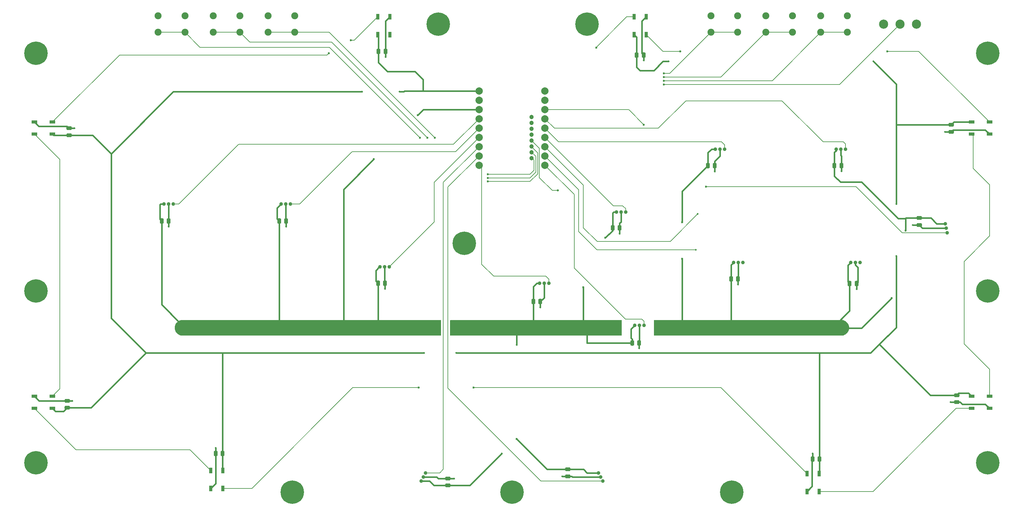
<source format=gtl>
G04 #@! TF.GenerationSoftware,KiCad,Pcbnew,9.0.0*
G04 #@! TF.CreationDate,2025-05-11T16:12:36-07:00*
G04 #@! TF.ProjectId,HE_Leverless_Mainboard,48455f4c-6576-4657-926c-6573735f4d61,rev?*
G04 #@! TF.SameCoordinates,Original*
G04 #@! TF.FileFunction,Copper,L1,Top*
G04 #@! TF.FilePolarity,Positive*
%FSLAX46Y46*%
G04 Gerber Fmt 4.6, Leading zero omitted, Abs format (unit mm)*
G04 Created by KiCad (PCBNEW 9.0.0) date 2025-05-11 16:12:36*
%MOMM*%
%LPD*%
G01*
G04 APERTURE LIST*
G04 Aperture macros list*
%AMRoundRect*
0 Rectangle with rounded corners*
0 $1 Rounding radius*
0 $2 $3 $4 $5 $6 $7 $8 $9 X,Y pos of 4 corners*
0 Add a 4 corners polygon primitive as box body*
4,1,4,$2,$3,$4,$5,$6,$7,$8,$9,$2,$3,0*
0 Add four circle primitives for the rounded corners*
1,1,$1+$1,$2,$3*
1,1,$1+$1,$4,$5*
1,1,$1+$1,$6,$7*
1,1,$1+$1,$8,$9*
0 Add four rect primitives between the rounded corners*
20,1,$1+$1,$2,$3,$4,$5,0*
20,1,$1+$1,$4,$5,$6,$7,0*
20,1,$1+$1,$6,$7,$8,$9,0*
20,1,$1+$1,$8,$9,$2,$3,0*%
G04 Aperture macros list end*
G04 #@! TA.AperFunction,SMDPad,CuDef*
%ADD10RoundRect,0.250000X-0.475000X0.250000X-0.475000X-0.250000X0.475000X-0.250000X0.475000X0.250000X0*%
G04 #@! TD*
G04 #@! TA.AperFunction,ComponentPad*
%ADD11C,2.500000*%
G04 #@! TD*
G04 #@! TA.AperFunction,ComponentPad*
%ADD12C,1.905000*%
G04 #@! TD*
G04 #@! TA.AperFunction,SMDPad,CuDef*
%ADD13RoundRect,0.090000X0.360000X-0.660000X0.360000X0.660000X-0.360000X0.660000X-0.360000X-0.660000X0*%
G04 #@! TD*
G04 #@! TA.AperFunction,SMDPad,CuDef*
%ADD14RoundRect,0.250000X-0.250000X-0.475000X0.250000X-0.475000X0.250000X0.475000X-0.250000X0.475000X0*%
G04 #@! TD*
G04 #@! TA.AperFunction,SMDPad,CuDef*
%ADD15RoundRect,0.250000X0.475000X-0.250000X0.475000X0.250000X-0.475000X0.250000X-0.475000X-0.250000X0*%
G04 #@! TD*
G04 #@! TA.AperFunction,ComponentPad*
%ADD16C,1.000000*%
G04 #@! TD*
G04 #@! TA.AperFunction,ComponentPad*
%ADD17C,6.400000*%
G04 #@! TD*
G04 #@! TA.AperFunction,SMDPad,CuDef*
%ADD18RoundRect,0.250000X0.250000X0.475000X-0.250000X0.475000X-0.250000X-0.475000X0.250000X-0.475000X0*%
G04 #@! TD*
G04 #@! TA.AperFunction,ComponentPad*
%ADD19C,2.000000*%
G04 #@! TD*
G04 #@! TA.AperFunction,CastellatedPad*
%ADD20C,1.200000*%
G04 #@! TD*
G04 #@! TA.AperFunction,SMDPad,CuDef*
%ADD21RoundRect,0.090000X-0.360000X0.660000X-0.360000X-0.660000X0.360000X-0.660000X0.360000X0.660000X0*%
G04 #@! TD*
G04 #@! TA.AperFunction,SMDPad,CuDef*
%ADD22RoundRect,0.090000X-0.660000X-0.360000X0.660000X-0.360000X0.660000X0.360000X-0.660000X0.360000X0*%
G04 #@! TD*
G04 #@! TA.AperFunction,SMDPad,CuDef*
%ADD23RoundRect,0.090000X0.660000X0.360000X-0.660000X0.360000X-0.660000X-0.360000X0.660000X-0.360000X0*%
G04 #@! TD*
G04 #@! TA.AperFunction,ViaPad*
%ADD24C,0.500000*%
G04 #@! TD*
G04 #@! TA.AperFunction,ViaPad*
%ADD25C,0.600000*%
G04 #@! TD*
G04 #@! TA.AperFunction,Conductor*
%ADD26C,0.400000*%
G04 #@! TD*
G04 #@! TA.AperFunction,Conductor*
%ADD27C,0.200000*%
G04 #@! TD*
G04 APERTURE END LIST*
D10*
X212946699Y-194005699D03*
X212946699Y-195905699D03*
D11*
X299196699Y-72196701D03*
X303696699Y-72196701D03*
X308196699Y-72196701D03*
D12*
X138346699Y-74446701D03*
X131046699Y-74446701D03*
X138346699Y-69946701D03*
X131046699Y-69946701D03*
D13*
X161046699Y-75105699D03*
X164346699Y-75105699D03*
X164346699Y-70205699D03*
X161046699Y-70205699D03*
D14*
X203546698Y-148096699D03*
X205446698Y-148096699D03*
D15*
X180196699Y-198405699D03*
X180196699Y-196505699D03*
D14*
X225196699Y-127905699D03*
X227096699Y-127905699D03*
D16*
X231226698Y-154596699D03*
X232496698Y-154596699D03*
X233766698Y-154596699D03*
D15*
X76696699Y-102605699D03*
X76696699Y-100705699D03*
D16*
X205226698Y-143096699D03*
X206496698Y-143096699D03*
X207766698Y-143096699D03*
D12*
X274346699Y-74446701D03*
X267046699Y-74446701D03*
X274346699Y-69946701D03*
X267046699Y-69946701D03*
D16*
X134626700Y-121396699D03*
X135896700Y-121396699D03*
X137166700Y-121396699D03*
D17*
X257696699Y-200196701D03*
D16*
X172888566Y-197203303D03*
X173476952Y-196077825D03*
X174065338Y-194952346D03*
X316028059Y-126810744D03*
X316302937Y-128050640D03*
X316577815Y-129290536D03*
D18*
X281696699Y-191155699D03*
X279796699Y-191155699D03*
D17*
X327696699Y-192196701D03*
D14*
X251196699Y-110905699D03*
X253096699Y-110905699D03*
D16*
X102626700Y-121396700D03*
X103896700Y-121396700D03*
X105166700Y-121396700D03*
D12*
X123346699Y-74446701D03*
X116046699Y-74446701D03*
X123346699Y-69946701D03*
X116046699Y-69946701D03*
D10*
X319196699Y-173705699D03*
X319196699Y-175605699D03*
D17*
X67696699Y-80196701D03*
D14*
X231746699Y-80655699D03*
X233646699Y-80655699D03*
X289946699Y-143155699D03*
X291846699Y-143155699D03*
D19*
X188696699Y-90495699D03*
X188696699Y-93035699D03*
X188696699Y-95575699D03*
X188696699Y-98115699D03*
X188696699Y-100655699D03*
X188696699Y-103195699D03*
X188696699Y-105735699D03*
X188696699Y-108275699D03*
X188696699Y-110815699D03*
X206696699Y-110815699D03*
X206696699Y-108275699D03*
X206696699Y-105735699D03*
X206696699Y-103195699D03*
X206696699Y-100655699D03*
X206696699Y-98115699D03*
X206696699Y-95575699D03*
X206696699Y-93035699D03*
X206696699Y-90495699D03*
D20*
X203046699Y-108855699D03*
X203046699Y-107255699D03*
X203046699Y-105655699D03*
X203046699Y-104055699D03*
X203046699Y-102455699D03*
X203046699Y-100855699D03*
X203046699Y-99255699D03*
X203046699Y-97655699D03*
D17*
X137696699Y-200196701D03*
D13*
X231046699Y-75105699D03*
X234346699Y-75105699D03*
X234346699Y-70205699D03*
X231046699Y-70205699D03*
D17*
X67696699Y-145196701D03*
D16*
X161626700Y-138596699D03*
X162896700Y-138596699D03*
X164166700Y-138596699D03*
D21*
X281596698Y-195146699D03*
X278296698Y-195146699D03*
X278296698Y-200046699D03*
X281596698Y-200046699D03*
D14*
X134096698Y-126096699D03*
X135996698Y-126096699D03*
D16*
X290226698Y-137396700D03*
X291496698Y-137396700D03*
X292766698Y-137396700D03*
D10*
X317696699Y-99755699D03*
X317696699Y-101655699D03*
D17*
X327696699Y-80196701D03*
D12*
X108346699Y-74446701D03*
X101046699Y-74446701D03*
X108346699Y-69946701D03*
X101046699Y-69946701D03*
D17*
X327696699Y-145196701D03*
D18*
X118646699Y-189655699D03*
X116746699Y-189655699D03*
D16*
X286226698Y-106396700D03*
X287496698Y-106396700D03*
X288766698Y-106396700D03*
D21*
X118696698Y-194296699D03*
X115396698Y-194296699D03*
X115396698Y-199196699D03*
X118696698Y-199196699D03*
D17*
X177521699Y-72196701D03*
D22*
X323246699Y-99005699D03*
X323246699Y-102305699D03*
X328146699Y-102305699D03*
X328146699Y-99005699D03*
D23*
X72146699Y-102305699D03*
X72146699Y-99005699D03*
X67246699Y-99005699D03*
X67246699Y-102305699D03*
D16*
X253226698Y-106396699D03*
X254496698Y-106396699D03*
X255766698Y-106396699D03*
D14*
X257546699Y-141905699D03*
X259446699Y-141905699D03*
X101996698Y-126096699D03*
X103896698Y-126096699D03*
X161246699Y-79655699D03*
X163146699Y-79655699D03*
X285796699Y-110905699D03*
X287696699Y-110905699D03*
D17*
X197696699Y-200196701D03*
D12*
X289346699Y-74446701D03*
X282046699Y-74446701D03*
X289346699Y-69946701D03*
X282046699Y-69946701D03*
D15*
X76196699Y-177155699D03*
X76196699Y-175255699D03*
D22*
X323246699Y-174005699D03*
X323246699Y-177305699D03*
X328146699Y-177305699D03*
X328146699Y-174005699D03*
D23*
X72146699Y-177305699D03*
X72146699Y-174005699D03*
X67246699Y-174005699D03*
X67246699Y-177305699D03*
D14*
X161096698Y-143096699D03*
X162996698Y-143096699D03*
D17*
X184696699Y-132196701D03*
D16*
X226226698Y-123596699D03*
X227496698Y-123596699D03*
X228766698Y-123596699D03*
D17*
X218196699Y-72196701D03*
D12*
X259346699Y-74446701D03*
X252046699Y-74446701D03*
X259346699Y-69946701D03*
X252046699Y-69946701D03*
D16*
X258226698Y-137396699D03*
X259496698Y-137396699D03*
X260766698Y-137396699D03*
D17*
X67696699Y-192196701D03*
D14*
X230546699Y-159405699D03*
X232446699Y-159405699D03*
D10*
X308946699Y-125255699D03*
X308946699Y-127155699D03*
D16*
X221328060Y-194952346D03*
X221916446Y-196077825D03*
X222504832Y-197203303D03*
D24*
X177446699Y-156093199D03*
X181946699Y-156905699D03*
X181946699Y-155280699D03*
X237196699Y-155280699D03*
X226946699Y-156905699D03*
X194946699Y-189655699D03*
X181946699Y-153655699D03*
X177446699Y-154468199D03*
D25*
X305196699Y-128655699D03*
D24*
X177446699Y-156905699D03*
X177446699Y-155280699D03*
D25*
X198946699Y-185655699D03*
X223196699Y-130655699D03*
D24*
X226946699Y-155280699D03*
X181946699Y-154468199D03*
D25*
X171946699Y-97155699D03*
X244196699Y-136405699D03*
D24*
X237196699Y-156093199D03*
X226946699Y-153655699D03*
D25*
X159946699Y-109155699D03*
X244196699Y-126405699D03*
X301446699Y-147155699D03*
D24*
X226946699Y-154468199D03*
X181946699Y-156093199D03*
X237196699Y-154468199D03*
X237196699Y-156905699D03*
X198946699Y-159905699D03*
X177446699Y-153655699D03*
X237196699Y-153655699D03*
X226946699Y-156093199D03*
D25*
X217196699Y-144155699D03*
D24*
X77596699Y-175255699D03*
X227096699Y-129505699D03*
X279796699Y-189655699D03*
X205446699Y-149655699D03*
X253096699Y-112405699D03*
X287696699Y-112405699D03*
X181846699Y-196505699D03*
X116746699Y-188155699D03*
X232446699Y-160905699D03*
X315946699Y-101655699D03*
X233646699Y-82105699D03*
X317496699Y-175605699D03*
X103896698Y-127605698D03*
X162996698Y-144605700D03*
X211446699Y-195905699D03*
X259446699Y-143405699D03*
X135996698Y-127605700D03*
X307196699Y-127155699D03*
X78196699Y-100705699D03*
X163146699Y-81155699D03*
X291846699Y-144655699D03*
X240446699Y-82405699D03*
X302696699Y-121405699D03*
X166946699Y-90655699D03*
X173696699Y-162155699D03*
X296446699Y-82405699D03*
X182446699Y-162155699D03*
X302696699Y-135655699D03*
X156696699Y-90655699D03*
D25*
X220696699Y-78696701D03*
X300196699Y-79655699D03*
X243696699Y-79655699D03*
X172196699Y-171655699D03*
X187196699Y-171655699D03*
D24*
X247946699Y-133905699D03*
X248446699Y-124155699D03*
D25*
X233696699Y-99696701D03*
X250696699Y-116696701D03*
X172581147Y-103271251D03*
X191082540Y-115272644D03*
X174581147Y-103271251D03*
X191082540Y-114272644D03*
X176581147Y-103271251D03*
X191082540Y-113272644D03*
X239196699Y-85696701D03*
X239196699Y-86696701D03*
X239196699Y-87696701D03*
X239196699Y-88696701D03*
X210196699Y-117696701D03*
X153696699Y-76655699D03*
X147696699Y-80155699D03*
D26*
X176351491Y-198405699D02*
X180196699Y-198405699D01*
X303196699Y-125405699D02*
X293196699Y-115405699D01*
X217196699Y-144155699D02*
X217196699Y-154905699D01*
X305196699Y-125405699D02*
X303196699Y-125405699D01*
X160496698Y-139596699D02*
X160496698Y-142496699D01*
X258205699Y-137396699D02*
X257546699Y-138055699D01*
X160496698Y-142496699D02*
X161096698Y-143096699D01*
X290226698Y-137396700D02*
X290205698Y-137396700D01*
X289946699Y-150655699D02*
X285446699Y-155155699D01*
X198946699Y-159905699D02*
X198946699Y-155905699D01*
X257546699Y-138055699D02*
X257546699Y-141905699D01*
X290205698Y-137396700D02*
X289446699Y-138155699D01*
X173526699Y-95575699D02*
X173446699Y-95655699D01*
X133496698Y-125496699D02*
X134096698Y-126096699D01*
X161096698Y-143096699D02*
X161096698Y-154305698D01*
X308946699Y-125255699D02*
X305346699Y-125255699D01*
X101696697Y-121396700D02*
X101496698Y-121596699D01*
X134096698Y-126096699D02*
X134096698Y-154005700D01*
X258226698Y-137396699D02*
X258205699Y-137396699D01*
X285796699Y-107305699D02*
X285796699Y-110905699D01*
X286226698Y-106875700D02*
X285796699Y-107305699D01*
X257546699Y-141905699D02*
X257546699Y-155055699D01*
X316028059Y-126810744D02*
X313710743Y-126810744D01*
X230546699Y-158405699D02*
X230196699Y-158055699D01*
X173446699Y-95655699D02*
X171946699Y-97155699D01*
X218196699Y-159405699D02*
X218196699Y-155905699D01*
X101996698Y-148955698D02*
X107196699Y-154155699D01*
X312155698Y-125255699D02*
X308946699Y-125255699D01*
X188696699Y-95575699D02*
X173526699Y-95575699D01*
X244196699Y-136405699D02*
X244196699Y-155405699D01*
X301446699Y-147155699D02*
X293196699Y-155405699D01*
X251196699Y-110905699D02*
X245946699Y-116155699D01*
X102626700Y-121396700D02*
X101696697Y-121396700D01*
X161496698Y-138596699D02*
X160496698Y-139596699D01*
X225196699Y-123896698D02*
X225196699Y-127905699D01*
X293196699Y-115405699D02*
X287446699Y-115405699D01*
X230546699Y-159405699D02*
X218196699Y-159405699D01*
X289446699Y-138155699D02*
X289446699Y-142655699D01*
X180196699Y-198405699D02*
X186196699Y-198405699D01*
X225196699Y-127905699D02*
X225196699Y-128655699D01*
X194696699Y-189905699D02*
X194946699Y-189655699D01*
X204496698Y-143096699D02*
X203546698Y-144046699D01*
X289446699Y-142655699D02*
X289946699Y-143155699D01*
X159946699Y-109155699D02*
X151696699Y-117405699D01*
X172888566Y-197203303D02*
X175149095Y-197203303D01*
X305346699Y-125255699D02*
X305196699Y-125405699D01*
X293196699Y-155405699D02*
X287946699Y-155405699D01*
X253226698Y-106396699D02*
X252196698Y-106396699D01*
X289946699Y-143155699D02*
X289946699Y-150655699D01*
X286226698Y-106396700D02*
X286226698Y-106875700D01*
X285796699Y-113755699D02*
X285796699Y-110905699D01*
X101496698Y-125596699D02*
X101996698Y-126096699D01*
X245946699Y-116155699D02*
X244196699Y-117905699D01*
X133496698Y-122526701D02*
X133496698Y-125496699D01*
X101996698Y-126096699D02*
X101996698Y-148955698D01*
X186196699Y-198405699D02*
X194696699Y-189905699D01*
X212946699Y-194005699D02*
X207296699Y-194005699D01*
X226226698Y-123596699D02*
X225496698Y-123596699D01*
X225496698Y-123596699D02*
X225196699Y-123896698D01*
X207296699Y-194005699D02*
X198946699Y-185655699D01*
X151696699Y-117405699D02*
X151696699Y-154155699D01*
X231226697Y-154596699D02*
X231226698Y-154596699D01*
X230546699Y-159405699D02*
X230546699Y-158405699D01*
X218196699Y-194952346D02*
X221328060Y-194952346D01*
X203546698Y-144046699D02*
X203546698Y-148096699D01*
X218196699Y-194952346D02*
X217250052Y-194005699D01*
X161626700Y-138596699D02*
X161496698Y-138596699D01*
X313710743Y-126810744D02*
X312155698Y-125255699D01*
X230196699Y-155626697D02*
X231226697Y-154596699D01*
X134626700Y-121396699D02*
X133496698Y-122526701D01*
X252196698Y-106396699D02*
X251196699Y-107396698D01*
X251196699Y-107396698D02*
X251196699Y-110905699D01*
X305196699Y-125405699D02*
X305196699Y-128655699D01*
X225196699Y-128655699D02*
X223196699Y-130655699D01*
X175149095Y-197203303D02*
X176351491Y-198405699D01*
X217250052Y-194005699D02*
X212946699Y-194005699D01*
X205226698Y-143096699D02*
X204496698Y-143096699D01*
X101496698Y-121596699D02*
X101496698Y-125596699D01*
X244196699Y-117905699D02*
X244196699Y-126405699D01*
X230196699Y-158055699D02*
X230196699Y-155626697D01*
X203546698Y-148096699D02*
X203546698Y-154305700D01*
X287446699Y-115405699D02*
X285796699Y-113755699D01*
X316302937Y-128050640D02*
X309841640Y-128050640D01*
X76196699Y-175255699D02*
X77596699Y-175255699D01*
X212946699Y-195905699D02*
X211446699Y-195905699D01*
X76696699Y-100705699D02*
X76146699Y-100155699D01*
X233646699Y-80655699D02*
X233146761Y-80155761D01*
X205446698Y-148096699D02*
X205446699Y-149655699D01*
X320146699Y-175605699D02*
X320696699Y-176155699D01*
X317696699Y-101655699D02*
X315946699Y-101655699D01*
X253096699Y-112405699D02*
X253096699Y-112505699D01*
X227496698Y-123596699D02*
X227496698Y-126296702D01*
X287696699Y-110905699D02*
X287696699Y-112405699D01*
X309841640Y-128050640D02*
X308946699Y-127155699D01*
X259496698Y-137396699D02*
X259496698Y-141855700D01*
X177118825Y-196077825D02*
X177546699Y-196505699D01*
X163146699Y-79655699D02*
X163146699Y-71405699D01*
X233646699Y-80655699D02*
X233646699Y-82105699D01*
X292196699Y-142805699D02*
X291846699Y-143155699D01*
X76696699Y-100705699D02*
X78196699Y-100705699D01*
X103896700Y-121396700D02*
X103896700Y-126096697D01*
X259446699Y-141905699D02*
X259446699Y-143405699D01*
X279796699Y-191155699D02*
X279796699Y-189655699D01*
X326996699Y-176155699D02*
X328146699Y-177305699D01*
X103896700Y-126096697D02*
X103896698Y-126096699D01*
X259496698Y-141855700D02*
X259446699Y-141905699D01*
X221916446Y-196077825D02*
X214231902Y-196077825D01*
X326996761Y-101155761D02*
X328146699Y-102305699D01*
X287496698Y-108096699D02*
X287696699Y-108296700D01*
X163146699Y-71405699D02*
X164346699Y-70205699D01*
X253096699Y-110905699D02*
X253096699Y-112405699D01*
X233146761Y-80155761D02*
X233146761Y-71405637D01*
X308946699Y-127155699D02*
X307196699Y-127155699D01*
X232496698Y-154596699D02*
X232496698Y-159355700D01*
X232496698Y-159355700D02*
X232446699Y-159405699D01*
X135996698Y-126096699D02*
X135996698Y-127605700D01*
X320696699Y-176155699D02*
X326996699Y-176155699D01*
X162896700Y-142996701D02*
X162996698Y-143096699D01*
X227096699Y-127905699D02*
X227096699Y-129505699D01*
X76196699Y-175255699D02*
X68496699Y-175255699D01*
X116746699Y-197846698D02*
X115396698Y-199196699D01*
X116746699Y-189655699D02*
X116746699Y-197846698D01*
X254496698Y-108296702D02*
X253096699Y-109696701D01*
X162896700Y-138596699D02*
X162896700Y-142996701D01*
X173476952Y-196077825D02*
X177118825Y-196077825D01*
X232446699Y-159405699D02*
X232446699Y-160905699D01*
X206496698Y-147046699D02*
X205446698Y-148096699D01*
X214231902Y-196077825D02*
X214059776Y-195905699D01*
X76146699Y-100155699D02*
X68396699Y-100155699D01*
X291496698Y-137396700D02*
X291496698Y-138105700D01*
X214059776Y-195905699D02*
X212946699Y-195905699D01*
X253096699Y-109696701D02*
X253096699Y-110905699D01*
X291496698Y-138105700D02*
X292196699Y-138805701D01*
X163146699Y-79655699D02*
X163146699Y-81155699D01*
X116746699Y-189655699D02*
X116746699Y-188155699D01*
X135896700Y-125996701D02*
X135996698Y-126096699D01*
X292196699Y-138805701D02*
X292196699Y-142805699D01*
X162996698Y-143096699D02*
X162996698Y-144605700D01*
X287696699Y-108296700D02*
X287696699Y-110905699D01*
X291846699Y-143155699D02*
X291846699Y-144655699D01*
X279696699Y-191255699D02*
X279696699Y-198646698D01*
X319196699Y-175605699D02*
X317496699Y-175605699D01*
X318196637Y-101155761D02*
X326996761Y-101155761D01*
X319196699Y-175605699D02*
X320146699Y-175605699D01*
X254496698Y-106396699D02*
X254496698Y-108296702D01*
X279696699Y-198646698D02*
X278296698Y-200046699D01*
X287496698Y-106396700D02*
X287496698Y-108096699D01*
X103896698Y-126096699D02*
X103896698Y-127605698D01*
X233146761Y-71405637D02*
X234346699Y-70205699D01*
X135896700Y-121396699D02*
X135896700Y-125996701D01*
X317696699Y-101655699D02*
X318196637Y-101155761D01*
X177546699Y-196505699D02*
X180196699Y-196505699D01*
X227096699Y-126696701D02*
X227096699Y-127905699D01*
X227496698Y-126296702D02*
X227096699Y-126696701D01*
X206496698Y-143096699D02*
X206496698Y-147046699D01*
X68396699Y-100155699D02*
X67246699Y-99005699D01*
X279796699Y-191155699D02*
X279696699Y-191255699D01*
X180196699Y-196505699D02*
X181846699Y-196505699D01*
X68496699Y-175255699D02*
X67246699Y-174005699D01*
X281696699Y-195046698D02*
X281596698Y-195146699D01*
X232696699Y-84905699D02*
X231746699Y-83955699D01*
X231746699Y-80655699D02*
X231746699Y-75805699D01*
X161246699Y-79655699D02*
X161246699Y-75305699D01*
X323246699Y-174005699D02*
X322396699Y-173155699D01*
X118646699Y-194246700D02*
X118696698Y-194296699D01*
X118646699Y-189655699D02*
X118646699Y-162205699D01*
X97696699Y-162155699D02*
X118696699Y-162155699D01*
X318446699Y-99005699D02*
X317696699Y-99755699D01*
X319196699Y-173705699D02*
X311996699Y-173705699D01*
X322396699Y-173155699D02*
X319746699Y-173155699D01*
X88196699Y-152655699D02*
X93196699Y-157655699D01*
X166946699Y-90655699D02*
X168196699Y-90655699D01*
X161246699Y-75305699D02*
X161046699Y-75105699D01*
X168356699Y-90495699D02*
X173446699Y-90495699D01*
X118646699Y-162205699D02*
X118696699Y-162155699D01*
X238946699Y-82405699D02*
X236446699Y-84905699D01*
X182446699Y-162155699D02*
X281696699Y-162155699D01*
X298071699Y-159780699D02*
X302696699Y-155155699D01*
X76196699Y-177155699D02*
X82696699Y-177155699D01*
X118646699Y-189655699D02*
X118646699Y-194246700D01*
X161246699Y-82705699D02*
X163696699Y-85155699D01*
X323246699Y-99005699D02*
X318446699Y-99005699D01*
X319746699Y-173155699D02*
X319196699Y-173705699D01*
X118696699Y-162155699D02*
X173696699Y-162155699D01*
X105196699Y-90655699D02*
X156696699Y-90655699D01*
X93196699Y-157655699D02*
X97696699Y-162155699D01*
X240446699Y-82405699D02*
X238946699Y-82405699D01*
X231746699Y-80655699D02*
X231746699Y-83955699D01*
X72996699Y-178155699D02*
X75196699Y-178155699D01*
X161246699Y-79655699D02*
X161246699Y-82705699D01*
X302696699Y-99655699D02*
X302696699Y-88655699D01*
X281696699Y-191155699D02*
X281696699Y-162155699D01*
X302696699Y-155155699D02*
X302696699Y-135655699D01*
X88196699Y-151905699D02*
X88196699Y-152655699D01*
X302696699Y-121405699D02*
X302696699Y-99655699D01*
X311996699Y-173705699D02*
X298071699Y-159780699D01*
X317696699Y-99755699D02*
X302796699Y-99755699D01*
X75196699Y-178155699D02*
X76196699Y-177155699D01*
X83146699Y-102605699D02*
X88196699Y-107655699D01*
X168196699Y-90655699D02*
X168356699Y-90495699D01*
X105196699Y-90655699D02*
X88196699Y-107655699D01*
X188696699Y-90495699D02*
X173446699Y-90495699D01*
X88196699Y-107655699D02*
X88196699Y-151905699D01*
X295696699Y-162155699D02*
X298071699Y-159780699D01*
X281696699Y-191155699D02*
X281696699Y-195046698D01*
X236446699Y-84905699D02*
X232696699Y-84905699D01*
X231746699Y-75805699D02*
X231046699Y-75105699D01*
X171196699Y-85155699D02*
X173446699Y-87405699D01*
X163696699Y-85155699D02*
X171196699Y-85155699D01*
X72446699Y-102605699D02*
X72146699Y-102305699D01*
X76696699Y-102605699D02*
X72446699Y-102605699D01*
X302696699Y-88655699D02*
X296446699Y-82405699D01*
X281696699Y-162155699D02*
X295696699Y-162155699D01*
X76696699Y-102605699D02*
X83146699Y-102605699D01*
X82696699Y-177155699D02*
X97696699Y-162155699D01*
X302796699Y-99755699D02*
X302696699Y-99655699D01*
X72146699Y-177305699D02*
X72996699Y-178155699D01*
X173446699Y-87405699D02*
X173446699Y-90495699D01*
D27*
X323246699Y-102305699D02*
X323696699Y-102755699D01*
X328196699Y-116155699D02*
X328196699Y-130155699D01*
X323696699Y-102755699D02*
X323696699Y-111655699D01*
X328146699Y-166605699D02*
X328146699Y-174005699D01*
X321196699Y-159655699D02*
X328146699Y-166605699D01*
X328196699Y-130155699D02*
X321196699Y-137155699D01*
X321196699Y-137155699D02*
X321196699Y-159655699D01*
X323696699Y-111655699D02*
X328196699Y-116155699D01*
X220696699Y-78558485D02*
X229049485Y-70205699D01*
X220696699Y-78696701D02*
X220696699Y-78558485D01*
X229049485Y-70205699D02*
X231046699Y-70205699D01*
X234346699Y-75105699D02*
X238896699Y-79655699D01*
X300196699Y-79655699D02*
X308796699Y-79655699D01*
X308796699Y-79655699D02*
X328146699Y-99005699D01*
X238896699Y-79655699D02*
X243696699Y-79655699D01*
X296305699Y-200046699D02*
X319046699Y-177305699D01*
X281596698Y-200046699D02*
X296305699Y-200046699D01*
X319046699Y-177305699D02*
X323246699Y-177305699D01*
X126655699Y-199196699D02*
X118696698Y-199196699D01*
X254805698Y-171655699D02*
X187196699Y-171655699D01*
X172196699Y-171655699D02*
X154196699Y-171655699D01*
X278296698Y-195146699D02*
X254805698Y-171655699D01*
X154196699Y-171655699D02*
X126655699Y-199196699D01*
X115396698Y-194296699D02*
X109755698Y-188655699D01*
X109755698Y-188655699D02*
X78596699Y-188655699D01*
X78596699Y-188655699D02*
X67246699Y-177305699D01*
X74196699Y-171955699D02*
X74196699Y-109255699D01*
X72146699Y-174005699D02*
X74196699Y-171955699D01*
X74196699Y-109255699D02*
X67246699Y-102305699D01*
X188696699Y-98115699D02*
X181715699Y-105096699D01*
X106696697Y-121396700D02*
X105166700Y-121396700D01*
X122996698Y-105096699D02*
X106696697Y-121396700D01*
X181715699Y-105096699D02*
X122996698Y-105096699D01*
X182255699Y-107096699D02*
X188696699Y-100655699D01*
X153996698Y-107096699D02*
X182255699Y-107096699D01*
X137166700Y-121396699D02*
X139696698Y-121396699D01*
X139696698Y-121396699D02*
X153996698Y-107096699D01*
X176446699Y-126316700D02*
X176446699Y-115445699D01*
X176446699Y-115445699D02*
X188696699Y-103195699D01*
X164166700Y-138596699D02*
X176446699Y-126316700D01*
X180196699Y-116775699D02*
X180196699Y-171796700D01*
X205596700Y-197196701D02*
X210696699Y-197196701D01*
X210696699Y-197196701D02*
X210703301Y-197203303D01*
X210703301Y-197203303D02*
X222504832Y-197203303D01*
X188696699Y-108275699D02*
X180196699Y-116775699D01*
X180196699Y-171796700D02*
X205596700Y-197196701D01*
X233196699Y-152905699D02*
X233766698Y-153475698D01*
X233766698Y-153475698D02*
X233766698Y-154596699D01*
X228696699Y-152905699D02*
X233196699Y-152905699D01*
X214696699Y-138905699D02*
X228696699Y-152905699D01*
X206696699Y-110815699D02*
X214696699Y-118815699D01*
X214696699Y-118815699D02*
X214696699Y-138905699D01*
X206696699Y-108275699D02*
X215946699Y-117525699D01*
X220905697Y-133905699D02*
X247946699Y-133905699D01*
X215946699Y-128946701D02*
X220905697Y-133905699D01*
X215946699Y-117525699D02*
X215946699Y-128946701D01*
X220946699Y-131655699D02*
X240946699Y-131655699D01*
X206696699Y-105735699D02*
X217196699Y-116235699D01*
X240946699Y-131655699D02*
X248446699Y-124155699D01*
X217196699Y-116235699D02*
X217196699Y-125196701D01*
X217196699Y-127905699D02*
X220946699Y-131655699D01*
X217196699Y-127696701D02*
X217196699Y-127905699D01*
X217196699Y-125196701D02*
X217196699Y-127696701D01*
X228766698Y-123596699D02*
X228766698Y-122725698D01*
X228766698Y-122725698D02*
X227946699Y-121905699D01*
X227946699Y-121905699D02*
X225406699Y-121905699D01*
X225406699Y-121905699D02*
X206696699Y-103195699D01*
X206696699Y-100655699D02*
X210446699Y-104405699D01*
X254946699Y-104405699D02*
X255766698Y-105225698D01*
X255766698Y-105225698D02*
X255766698Y-106396699D01*
X210446699Y-104405699D02*
X254946699Y-104405699D01*
X282696699Y-104405699D02*
X288196699Y-104405699D01*
X271487701Y-93196701D02*
X282696699Y-104405699D01*
X206696699Y-98115699D02*
X209277701Y-100696701D01*
X245196699Y-93196701D02*
X271487701Y-93196701D01*
X288766698Y-104975698D02*
X288766698Y-106396700D01*
X237696699Y-100696701D02*
X245196699Y-93196701D01*
X209277701Y-100696701D02*
X237696699Y-100696701D01*
X288196699Y-104405699D02*
X288766698Y-104975698D01*
X250696699Y-116696701D02*
X291696699Y-116696701D01*
X229575697Y-95575699D02*
X229696699Y-95696701D01*
X291696699Y-116696701D02*
X304290534Y-129290536D01*
X229696699Y-95696701D02*
X233696699Y-99696701D01*
X206696699Y-95575699D02*
X229575697Y-95575699D01*
X304290534Y-129290536D02*
X316577815Y-129290536D01*
X189446699Y-111565699D02*
X189446699Y-137905699D01*
X192696699Y-141155699D02*
X206946699Y-141155699D01*
X206946699Y-141155699D02*
X207766698Y-141975698D01*
X188696699Y-110815699D02*
X189446699Y-111565699D01*
X189446699Y-137905699D02*
X192696699Y-141155699D01*
X207766698Y-141975698D02*
X207766698Y-143096699D01*
X178946699Y-115485699D02*
X178946699Y-193946701D01*
X177941054Y-194952346D02*
X174065338Y-194952346D01*
X188696699Y-105735699D02*
X178946699Y-115485699D01*
X178946699Y-193946701D02*
X177941054Y-194952346D01*
X203046699Y-105755699D02*
X203046699Y-105655699D01*
X204696699Y-113158485D02*
X204696699Y-107405699D01*
X147866595Y-78556699D02*
X112456697Y-78556699D01*
X101046699Y-74446701D02*
X108346699Y-74446701D01*
X112456697Y-78556699D02*
X108346699Y-74446701D01*
X202582540Y-115272644D02*
X204696699Y-113158485D01*
X191082540Y-115272644D02*
X202582540Y-115272644D01*
X204696699Y-107405699D02*
X203046699Y-105755699D01*
X172581147Y-103271251D02*
X147866595Y-78556699D01*
X148465595Y-77155699D02*
X126055697Y-77155699D01*
X204196699Y-112658485D02*
X204196699Y-108405699D01*
X126055697Y-77155699D02*
X123346699Y-74446701D01*
X191082540Y-114272644D02*
X202582540Y-114272644D01*
X202582540Y-114272644D02*
X204196699Y-112658485D01*
X204196699Y-108405699D02*
X203046699Y-107255699D01*
X174581147Y-103271251D02*
X148465595Y-77155699D01*
X116046699Y-74446701D02*
X123346699Y-74446701D01*
X176581147Y-103271251D02*
X147756597Y-74446701D01*
X202582540Y-113272644D02*
X191082540Y-113272644D01*
X203146699Y-108855699D02*
X203696699Y-109405699D01*
X203046699Y-108855699D02*
X203146699Y-108855699D01*
X131046699Y-74446701D02*
X138346699Y-74446701D01*
X147756597Y-74446701D02*
X138346699Y-74446701D01*
X203696699Y-109405699D02*
X203696699Y-112158485D01*
X203696699Y-112158485D02*
X202582540Y-113272644D01*
X239196699Y-85696701D02*
X240796699Y-85696701D01*
X252046699Y-74446701D02*
X259346699Y-74446701D01*
X240796699Y-85696701D02*
X252046699Y-74446701D01*
X267046699Y-74446701D02*
X274346699Y-74446701D01*
X254796699Y-86696701D02*
X267046699Y-74446701D01*
X239196699Y-86696701D02*
X254796699Y-86696701D01*
X239196699Y-87696701D02*
X268796699Y-87696701D01*
X268796699Y-87696701D02*
X282046699Y-74446701D01*
X282046699Y-74446701D02*
X289346699Y-74446701D01*
X239196699Y-88696701D02*
X287196699Y-88696701D01*
X203046699Y-104055699D02*
X205196699Y-106205699D01*
X205196699Y-114196701D02*
X208696699Y-117696701D01*
X287196699Y-88696701D02*
X303696699Y-72196701D01*
X205196699Y-106205699D02*
X205196699Y-114196701D01*
X208696699Y-117696701D02*
X210196699Y-117696701D01*
X153696699Y-76655699D02*
X154596699Y-76655699D01*
X147196699Y-80655699D02*
X147696699Y-80155699D01*
X72146699Y-99005699D02*
X90496699Y-80655699D01*
X90496699Y-80655699D02*
X147196699Y-80655699D01*
X154596699Y-76655699D02*
X161046699Y-70205699D01*
G04 #@! TA.AperFunction,Conductor*
G36*
X287697680Y-153155715D02*
G01*
X287834433Y-153157944D01*
X287849287Y-153159082D01*
X288121176Y-153196453D01*
X288137725Y-153199891D01*
X288401025Y-153273665D01*
X288416966Y-153279331D01*
X288667752Y-153388262D01*
X288682778Y-153396048D01*
X288916392Y-153538112D01*
X288930219Y-153547872D01*
X289142312Y-153720422D01*
X289154681Y-153731973D01*
X289341313Y-153931807D01*
X289351993Y-153944936D01*
X289509663Y-154168303D01*
X289518457Y-154182763D01*
X289644252Y-154425536D01*
X289650994Y-154441059D01*
X289742556Y-154698690D01*
X289747122Y-154714986D01*
X289802750Y-154982683D01*
X289805055Y-154999450D01*
X289823715Y-155272238D01*
X289823715Y-155289162D01*
X289805055Y-155561949D01*
X289802750Y-155578716D01*
X289747122Y-155846413D01*
X289742556Y-155862709D01*
X289650994Y-156120340D01*
X289644252Y-156135863D01*
X289518457Y-156378636D01*
X289509663Y-156393096D01*
X289351993Y-156616463D01*
X289341313Y-156629592D01*
X289154681Y-156829426D01*
X289142312Y-156840977D01*
X288930219Y-157013527D01*
X288916392Y-157023287D01*
X288682778Y-157165351D01*
X288667752Y-157173137D01*
X288416969Y-157282067D01*
X288401022Y-157287735D01*
X288137736Y-157361505D01*
X288121166Y-157364948D01*
X287849293Y-157402316D01*
X287834427Y-157403455D01*
X287697623Y-157405683D01*
X287695604Y-157405699D01*
X236570699Y-157405699D01*
X236503660Y-157386014D01*
X236457905Y-157333210D01*
X236446699Y-157281699D01*
X236446699Y-153279699D01*
X236466384Y-153212660D01*
X236519188Y-153166905D01*
X236570699Y-153155699D01*
X287695659Y-153155699D01*
X287697680Y-153155715D01*
G37*
G04 #@! TD.AperFunction*
G04 #@! TA.AperFunction,Conductor*
G36*
X178289238Y-153175384D02*
G01*
X178334993Y-153228188D01*
X178346199Y-153279699D01*
X178346199Y-157281699D01*
X178326514Y-157348738D01*
X178273710Y-157394493D01*
X178222199Y-157405699D01*
X107697757Y-157405699D01*
X107695643Y-157405681D01*
X107558932Y-157403350D01*
X107544161Y-157402213D01*
X107272254Y-157364840D01*
X107255684Y-157361397D01*
X106992412Y-157287631D01*
X106976465Y-157281963D01*
X106725697Y-157173039D01*
X106710671Y-157165253D01*
X106477070Y-157023197D01*
X106463243Y-157013437D01*
X106251161Y-156840896D01*
X106238792Y-156829344D01*
X106052171Y-156629521D01*
X106041491Y-156616393D01*
X105883830Y-156393038D01*
X105875036Y-156378578D01*
X105749248Y-156135819D01*
X105742506Y-156120296D01*
X105650949Y-155862678D01*
X105646383Y-155846382D01*
X105590756Y-155578692D01*
X105588453Y-155561934D01*
X105569794Y-155289149D01*
X105569794Y-155272250D01*
X105588454Y-154999457D01*
X105590756Y-154982709D01*
X105646383Y-154715014D01*
X105650949Y-154698721D01*
X105742509Y-154441095D01*
X105749244Y-154425588D01*
X105875041Y-154182812D01*
X105883824Y-154168369D01*
X106041496Y-153944999D01*
X106052171Y-153931878D01*
X106238792Y-153732055D01*
X106251151Y-153720511D01*
X106463246Y-153547959D01*
X106477065Y-153538204D01*
X106710677Y-153396142D01*
X106725690Y-153388363D01*
X106976473Y-153279433D01*
X106992404Y-153273770D01*
X107255697Y-153199999D01*
X107272241Y-153196561D01*
X107544170Y-153159185D01*
X107558924Y-153158049D01*
X107695644Y-153155717D01*
X107697759Y-153155699D01*
X178222199Y-153155699D01*
X178289238Y-153175384D01*
G37*
G04 #@! TD.AperFunction*
G04 #@! TA.AperFunction,Conductor*
G36*
X227639738Y-153175384D02*
G01*
X227685493Y-153228188D01*
X227696699Y-153279699D01*
X227696699Y-157281699D01*
X227677014Y-157348738D01*
X227624210Y-157394493D01*
X227572699Y-157405699D01*
X180921199Y-157405699D01*
X180854160Y-157386014D01*
X180808405Y-157333210D01*
X180797199Y-157281699D01*
X180797199Y-153279699D01*
X180816884Y-153212660D01*
X180869688Y-153166905D01*
X180921199Y-153155699D01*
X227572699Y-153155699D01*
X227639738Y-153175384D01*
G37*
G04 #@! TD.AperFunction*
M02*

</source>
